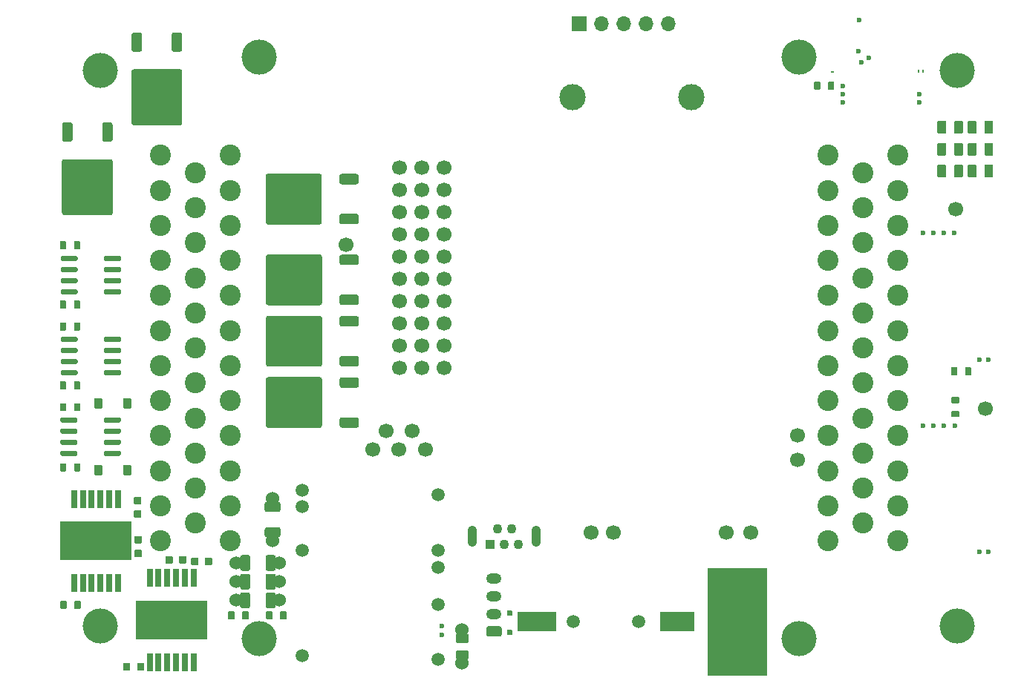
<source format=gbs>
G04 #@! TF.GenerationSoftware,KiCad,Pcbnew,8.0.8-8.0.8-0~ubuntu24.04.1*
G04 #@! TF.CreationDate,2025-02-11T18:45:36+00:00*
G04 #@! TF.ProjectId,MST01,4d535430-312e-46b6-9963-61645f706362,D*
G04 #@! TF.SameCoordinates,PX440a368PY8a86a58*
G04 #@! TF.FileFunction,Soldermask,Bot*
G04 #@! TF.FilePolarity,Negative*
%FSLAX46Y46*%
G04 Gerber Fmt 4.6, Leading zero omitted, Abs format (unit mm)*
G04 Created by KiCad (PCBNEW 8.0.8-8.0.8-0~ubuntu24.04.1) date 2025-02-11 18:45:36*
%MOMM*%
%LPD*%
G01*
G04 APERTURE LIST*
%ADD10C,0.120000*%
%ADD11C,3.000000*%
%ADD12C,1.700000*%
%ADD13C,0.600000*%
%ADD14R,1.100000X1.100000*%
%ADD15C,1.100000*%
%ADD16O,1.100000X2.400000*%
%ADD17C,1.500000*%
%ADD18C,2.400000*%
%ADD19C,0.700000*%
%ADD20C,4.000000*%
%ADD21R,1.700000X1.700000*%
%ADD22O,1.700000X1.700000*%
%ADD23O,1.750000X1.200000*%
%ADD24R,4.399991X2.299995*%
%ADD25R,3.999992X2.299995*%
%ADD26C,1.524000*%
%ADD27R,0.650000X2.000000*%
%ADD28R,8.100000X4.500000*%
%ADD29O,0.499999X0.250000*%
%ADD30O,0.250000X0.499999*%
%ADD31C,0.599999*%
G04 APERTURE END LIST*
D10*
G04 #@! TO.C,U5*
X81450000Y1125000D02*
X74750000Y1125000D01*
X74750000Y13325000D01*
X81450000Y13325000D01*
X81450000Y1125000D01*
G36*
X81450000Y1125000D02*
G01*
X74750000Y1125000D01*
X74750000Y13325000D01*
X81450000Y13325000D01*
X81450000Y1125000D01*
G37*
G04 #@! TD*
D11*
G04 #@! TO.C,H1*
X59405000Y67055000D03*
G04 #@! TD*
D12*
G04 #@! TO.C,P9*
X33565000Y50255000D03*
G04 #@! TD*
G04 #@! TO.C,P8*
X76935000Y17375000D03*
G04 #@! TD*
G04 #@! TO.C,P5*
X106455000Y31555000D03*
G04 #@! TD*
G04 #@! TO.C,P4*
X61505000Y17385000D03*
G04 #@! TD*
D13*
G04 #@! TO.C,M3*
X101755000Y29600000D03*
X102955000Y29600000D03*
X100555000Y29600000D03*
X99355000Y29600000D03*
X105815000Y15175000D03*
X106815000Y15175000D03*
G04 #@! TD*
D14*
G04 #@! TO.C,J8*
X50025000Y16070000D03*
D15*
X50825000Y17820000D03*
X51625000Y16070000D03*
X52425000Y17820000D03*
X53225000Y16070000D03*
D16*
X47975000Y16945000D03*
X55275000Y16945000D03*
G04 #@! TD*
D13*
G04 #@! TO.C,M2*
X90215000Y66485000D03*
X90215000Y67435000D03*
X90215000Y68384998D03*
X98915000Y67385000D03*
X98915000Y66485000D03*
G04 #@! TD*
D17*
G04 #@! TO.C,M1*
X44039995Y21739999D03*
X44039995Y15340002D03*
X44039995Y13439999D03*
X44039995Y9139999D03*
D13*
X44489994Y6740002D03*
X44489994Y5740001D03*
D17*
X44039995Y2889999D03*
X28539998Y22190001D03*
X28539998Y20340002D03*
X28539998Y15389999D03*
X28539998Y3340001D03*
G04 #@! TD*
D12*
G04 #@! TO.C,P6*
X103035000Y54265000D03*
G04 #@! TD*
D18*
G04 #@! TO.C,J2*
X96475000Y60455000D03*
X96475000Y56455000D03*
X96475000Y52455000D03*
X96475000Y48455000D03*
X96475000Y44455000D03*
X96475000Y40455000D03*
X96475000Y36455000D03*
X96475000Y32455000D03*
X96475000Y28455000D03*
X96475000Y24455000D03*
X96475000Y20455000D03*
X96475000Y16455000D03*
X92475000Y58455000D03*
X92475000Y54455000D03*
X92475000Y50455000D03*
X92475000Y46455000D03*
X92475000Y42455000D03*
X92475000Y38455000D03*
X92475000Y34455000D03*
X92475000Y30455000D03*
X92475000Y26455000D03*
X92475000Y22455000D03*
X92475000Y18455000D03*
X88475000Y60455000D03*
X88475000Y56455000D03*
X88475000Y52455000D03*
X88475000Y48455000D03*
X88475000Y44455000D03*
X88475000Y40455000D03*
X88475000Y36455000D03*
X88475000Y32455000D03*
X88475000Y28455000D03*
X88475000Y24455000D03*
X88475000Y20455000D03*
X88475000Y16455000D03*
D19*
X85175000Y73205000D03*
X86275000Y72755000D03*
X84075000Y72755000D03*
X103275000Y71705000D03*
X86725000Y71655000D03*
D20*
X85175000Y71655000D03*
D19*
X83625000Y71655000D03*
X104375000Y71255000D03*
X102175000Y71255000D03*
X86275000Y70555000D03*
X84075000Y70555000D03*
X104825000Y70155000D03*
D20*
X103275000Y70155000D03*
D19*
X101725000Y70155000D03*
X85175000Y70105000D03*
X104375000Y69055000D03*
X102175000Y69055000D03*
X103275000Y68605000D03*
X103275000Y8305000D03*
X104375000Y7855000D03*
X102175000Y7855000D03*
X85175000Y6805000D03*
X104825000Y6755000D03*
D20*
X103275000Y6755000D03*
D19*
X101725000Y6755000D03*
X86275000Y6355000D03*
X84075000Y6355000D03*
X104375000Y5655000D03*
X102175000Y5655000D03*
X86725000Y5255000D03*
D20*
X85175000Y5255000D03*
D19*
X83625000Y5255000D03*
X103275000Y5205000D03*
X86275000Y4155000D03*
X84075000Y4155000D03*
X85175000Y3705000D03*
G04 #@! TD*
D12*
G04 #@! TO.C,P10*
X36595000Y26875000D03*
G04 #@! TD*
G04 #@! TO.C,P1*
X85025000Y28465000D03*
G04 #@! TD*
D11*
G04 #@! TO.C,H2*
X72905000Y67055000D03*
G04 #@! TD*
D12*
G04 #@! TO.C,G3*
X39625000Y36155000D03*
X39625000Y38695000D03*
X39625000Y41235000D03*
X39625000Y43775000D03*
X39625000Y46315000D03*
X42165000Y36155000D03*
X42165000Y38695000D03*
X42165000Y41235000D03*
X42165000Y43775000D03*
X42165000Y46315000D03*
X44705000Y36155000D03*
X44705000Y38695000D03*
X44705000Y41235000D03*
X44705000Y43775000D03*
X44705000Y46315000D03*
G04 #@! TD*
G04 #@! TO.C,P3*
X64005000Y17385000D03*
G04 #@! TD*
G04 #@! TO.C,P18*
X41095000Y28986800D03*
G04 #@! TD*
G04 #@! TO.C,P17*
X38095000Y28986800D03*
G04 #@! TD*
G04 #@! TO.C,P16*
X39595000Y26875000D03*
G04 #@! TD*
G04 #@! TO.C,P7*
X79715000Y17375000D03*
G04 #@! TD*
G04 #@! TO.C,P15*
X42595000Y26875000D03*
G04 #@! TD*
D21*
G04 #@! TO.C,J6*
X60175000Y75475000D03*
D22*
X62715000Y75475000D03*
X65255000Y75475000D03*
X67795000Y75475000D03*
X70335000Y75475000D03*
G04 #@! TD*
D13*
G04 #@! TO.C,M4*
X101710000Y51565000D03*
X102910000Y51565000D03*
X100510000Y51565000D03*
X99310000Y51565000D03*
X105770000Y37140000D03*
X106770000Y37140000D03*
G04 #@! TD*
D18*
G04 #@! TO.C,J1*
X12355000Y16455000D03*
X12355000Y20455000D03*
X12355000Y24455000D03*
X12355000Y28455000D03*
X12355000Y32455000D03*
X12355000Y36455000D03*
X12355000Y40455000D03*
X12355000Y44455000D03*
X12355000Y48455000D03*
X12355000Y52455000D03*
X12355000Y56455000D03*
X12355000Y60455000D03*
X16355000Y18455000D03*
X16355000Y22455000D03*
X16355000Y26455000D03*
X16355000Y30455000D03*
X16355000Y34455000D03*
X16355000Y38455000D03*
X16355000Y42455000D03*
X16355000Y46455000D03*
X16355000Y50455000D03*
X16355000Y54455000D03*
X16355000Y58455000D03*
X20355000Y16455000D03*
X20355000Y20455000D03*
X20355000Y24455000D03*
X20355000Y28455000D03*
X20355000Y32455000D03*
X20355000Y36455000D03*
X20355000Y40455000D03*
X20355000Y44455000D03*
X20355000Y48455000D03*
X20355000Y52455000D03*
X20355000Y56455000D03*
X20355000Y60455000D03*
D19*
X23655000Y3705000D03*
X22555000Y4155000D03*
X24755000Y4155000D03*
X5555000Y5205000D03*
X22105000Y5255000D03*
D20*
X23655000Y5255000D03*
D19*
X25205000Y5255000D03*
X4455000Y5655000D03*
X6655000Y5655000D03*
X22555000Y6355000D03*
X24755000Y6355000D03*
X4005000Y6755000D03*
D20*
X5555000Y6755000D03*
D19*
X7105000Y6755000D03*
X23655000Y6805000D03*
X4455000Y7855000D03*
X6655000Y7855000D03*
X5555000Y8305000D03*
X5555000Y68605000D03*
X4455000Y69055000D03*
X6655000Y69055000D03*
X23655000Y70105000D03*
X4005000Y70155000D03*
D20*
X5555000Y70155000D03*
D19*
X7105000Y70155000D03*
X22555000Y70555000D03*
X24755000Y70555000D03*
X4455000Y71255000D03*
X6655000Y71255000D03*
X22105000Y71655000D03*
D20*
X23655000Y71655000D03*
D19*
X25205000Y71655000D03*
X5555000Y71705000D03*
X22555000Y72755000D03*
X24755000Y72755000D03*
X23655000Y73205000D03*
G04 #@! TD*
G04 #@! TO.C,J3*
G36*
G01*
X51050000Y5495000D02*
X49800000Y5495000D01*
G75*
G02*
X49550000Y5745000I0J250000D01*
G01*
X49550000Y6445000D01*
G75*
G02*
X49800000Y6695000I250000J0D01*
G01*
X51050000Y6695000D01*
G75*
G02*
X51300000Y6445000I0J-250000D01*
G01*
X51300000Y5745000D01*
G75*
G02*
X51050000Y5495000I-250000J0D01*
G01*
G37*
D23*
X50425000Y8095000D03*
X50425000Y10095000D03*
X50425000Y12095000D03*
G04 #@! TD*
D12*
G04 #@! TO.C,P2*
X85025000Y25685000D03*
G04 #@! TD*
G04 #@! TO.C,G4*
X39625000Y48855000D03*
X39625000Y51395000D03*
X39625000Y53935000D03*
X39625000Y56475000D03*
X39625000Y59015000D03*
X42165000Y48855000D03*
X42165000Y51395000D03*
X42165000Y53935000D03*
X42165000Y56475000D03*
X42165000Y59015000D03*
X44705000Y48855000D03*
X44705000Y51395000D03*
X44705000Y53935000D03*
X44705000Y56475000D03*
X44705000Y59015000D03*
G04 #@! TD*
G04 #@! TO.C,R40*
G36*
G01*
X103895022Y64270000D02*
X103895022Y63020000D01*
G75*
G02*
X103795022Y62920000I-100000J0D01*
G01*
X102995022Y62920000D01*
G75*
G02*
X102895022Y63020000I0J100000D01*
G01*
X102895022Y64270000D01*
G75*
G02*
X102995022Y64370000I100000J0D01*
G01*
X103795022Y64370000D01*
G75*
G02*
X103895022Y64270000I0J-100000D01*
G01*
G37*
G36*
G01*
X101995000Y64270000D02*
X101995000Y63020000D01*
G75*
G02*
X101895000Y62920000I-100000J0D01*
G01*
X101095000Y62920000D01*
G75*
G02*
X100995000Y63020000I0J100000D01*
G01*
X100995000Y64270000D01*
G75*
G02*
X101095000Y64370000I100000J0D01*
G01*
X101895000Y64370000D01*
G75*
G02*
X101995000Y64270000I0J-100000D01*
G01*
G37*
G04 #@! TD*
G04 #@! TO.C,R39*
G36*
G01*
X103895022Y61770000D02*
X103895022Y60520000D01*
G75*
G02*
X103795022Y60420000I-100000J0D01*
G01*
X102995022Y60420000D01*
G75*
G02*
X102895022Y60520000I0J100000D01*
G01*
X102895022Y61770000D01*
G75*
G02*
X102995022Y61870000I100000J0D01*
G01*
X103795022Y61870000D01*
G75*
G02*
X103895022Y61770000I0J-100000D01*
G01*
G37*
G36*
G01*
X101995000Y61770000D02*
X101995000Y60520000D01*
G75*
G02*
X101895000Y60420000I-100000J0D01*
G01*
X101095000Y60420000D01*
G75*
G02*
X100995000Y60520000I0J100000D01*
G01*
X100995000Y61770000D01*
G75*
G02*
X101095000Y61870000I100000J0D01*
G01*
X101895000Y61870000D01*
G75*
G02*
X101995000Y61770000I0J-100000D01*
G01*
G37*
G04 #@! TD*
G04 #@! TO.C,C26*
G36*
G01*
X15879999Y13745000D02*
X15879999Y14425000D01*
G75*
G02*
X15964999Y14510000I85000J0D01*
G01*
X16644999Y14510000D01*
G75*
G02*
X16729999Y14425000I0J-85000D01*
G01*
X16729999Y13745000D01*
G75*
G02*
X16644999Y13660000I-85000J0D01*
G01*
X15964999Y13660000D01*
G75*
G02*
X15879999Y13745000I0J85000D01*
G01*
G37*
G36*
G01*
X17460001Y13745000D02*
X17460001Y14425000D01*
G75*
G02*
X17545001Y14510000I85000J0D01*
G01*
X18225001Y14510000D01*
G75*
G02*
X18310001Y14425000I0J-85000D01*
G01*
X18310001Y13745000D01*
G75*
G02*
X18225001Y13660000I-85000J0D01*
G01*
X17545001Y13660000D01*
G75*
G02*
X17460001Y13745000I0J85000D01*
G01*
G37*
G04 #@! TD*
G04 #@! TO.C,D4*
G36*
G01*
X4860000Y24005000D02*
X4860000Y25025000D01*
G75*
G02*
X4950000Y25115000I90000J0D01*
G01*
X5670000Y25115000D01*
G75*
G02*
X5760000Y25025000I0J-90000D01*
G01*
X5760000Y24005000D01*
G75*
G02*
X5670000Y23915000I-90000J0D01*
G01*
X4950000Y23915000D01*
G75*
G02*
X4860000Y24005000I0J90000D01*
G01*
G37*
G36*
G01*
X8160000Y24005000D02*
X8160000Y25025000D01*
G75*
G02*
X8250000Y25115000I90000J0D01*
G01*
X8970000Y25115000D01*
G75*
G02*
X9060000Y25025000I0J-90000D01*
G01*
X9060000Y24005000D01*
G75*
G02*
X8970000Y23915000I-90000J0D01*
G01*
X8250000Y23915000D01*
G75*
G02*
X8160000Y24005000I0J90000D01*
G01*
G37*
G04 #@! TD*
D17*
G04 #@! TO.C,BT1*
X59455142Y7245000D03*
X66955000Y7245000D03*
D24*
X55355048Y7245000D03*
D25*
X71355067Y7245000D03*
G04 #@! TD*
D26*
G04 #@! TO.C,F3*
X25955000Y9645000D03*
G36*
G01*
X25300010Y8745000D02*
X24610010Y8745000D01*
G75*
G02*
X24380010Y8975000I0J230000D01*
G01*
X24380010Y10315000D01*
G75*
G02*
X24610010Y10545000I230000J0D01*
G01*
X25300010Y10545000D01*
G75*
G02*
X25530010Y10315000I0J-230000D01*
G01*
X25530010Y8975000D01*
G75*
G02*
X25300010Y8745000I-230000J0D01*
G01*
G37*
G36*
G01*
X22399990Y8745000D02*
X21709990Y8745000D01*
G75*
G02*
X21479990Y8975000I0J230000D01*
G01*
X21479990Y10315000D01*
G75*
G02*
X21709990Y10545000I230000J0D01*
G01*
X22399990Y10545000D01*
G75*
G02*
X22629990Y10315000I0J-230000D01*
G01*
X22629990Y8975000D01*
G75*
G02*
X22399990Y8745000I-230000J0D01*
G01*
G37*
X21055000Y9645000D03*
G04 #@! TD*
G04 #@! TO.C,Q8*
G36*
G01*
X1437500Y64205000D02*
X2137500Y64205000D01*
G75*
G02*
X2387500Y63955000I0J-250000D01*
G01*
X2387500Y62255000D01*
G75*
G02*
X2137500Y62005000I-250000J0D01*
G01*
X1437500Y62005000D01*
G75*
G02*
X1187500Y62255000I0J250000D01*
G01*
X1187500Y63955000D01*
G75*
G02*
X1437500Y64205000I250000J0D01*
G01*
G37*
G36*
G01*
X1417497Y60005000D02*
X6717503Y60005000D01*
G75*
G02*
X6967500Y59755003I0J-249997D01*
G01*
X6967500Y53854997D01*
G75*
G02*
X6717503Y53605000I-249997J0D01*
G01*
X1417497Y53605000D01*
G75*
G02*
X1167500Y53854997I0J249997D01*
G01*
X1167500Y59755003D01*
G75*
G02*
X1417497Y60005000I249997J0D01*
G01*
G37*
G36*
G01*
X5997500Y64205000D02*
X6697500Y64205000D01*
G75*
G02*
X6947500Y63955000I0J-250000D01*
G01*
X6947500Y62255000D01*
G75*
G02*
X6697500Y62005000I-250000J0D01*
G01*
X5997500Y62005000D01*
G75*
G02*
X5747500Y62255000I0J250000D01*
G01*
X5747500Y63955000D01*
G75*
G02*
X5997500Y64205000I250000J0D01*
G01*
G37*
G04 #@! TD*
G04 #@! TO.C,Q12*
G36*
G01*
X35020000Y34855000D02*
X35020000Y34155000D01*
G75*
G02*
X34770000Y33905000I-250000J0D01*
G01*
X33070000Y33905000D01*
G75*
G02*
X32820000Y34155000I0J250000D01*
G01*
X32820000Y34855000D01*
G75*
G02*
X33070000Y35105000I250000J0D01*
G01*
X34770000Y35105000D01*
G75*
G02*
X35020000Y34855000I0J-250000D01*
G01*
G37*
G36*
G01*
X30820000Y34875003D02*
X30820000Y29574997D01*
G75*
G02*
X30570003Y29325000I-249997J0D01*
G01*
X24669997Y29325000D01*
G75*
G02*
X24420000Y29574997I0J249997D01*
G01*
X24420000Y34875003D01*
G75*
G02*
X24669997Y35125000I249997J0D01*
G01*
X30570003Y35125000D01*
G75*
G02*
X30820000Y34875003I0J-249997D01*
G01*
G37*
G36*
G01*
X35020000Y30295000D02*
X35020000Y29595000D01*
G75*
G02*
X34770000Y29345000I-250000J0D01*
G01*
X33070000Y29345000D01*
G75*
G02*
X32820000Y29595000I0J250000D01*
G01*
X32820000Y30295000D01*
G75*
G02*
X33070000Y30545000I250000J0D01*
G01*
X34770000Y30545000D01*
G75*
G02*
X35020000Y30295000I0J-250000D01*
G01*
G37*
G04 #@! TD*
G04 #@! TO.C,R34*
G36*
G01*
X935000Y49785000D02*
X935000Y50565000D01*
G75*
G02*
X1005000Y50635000I70000J0D01*
G01*
X1565000Y50635000D01*
G75*
G02*
X1635000Y50565000I0J-70000D01*
G01*
X1635000Y49785000D01*
G75*
G02*
X1565000Y49715000I-70000J0D01*
G01*
X1005000Y49715000D01*
G75*
G02*
X935000Y49785000I0J70000D01*
G01*
G37*
G36*
G01*
X2535000Y49785000D02*
X2535000Y50565000D01*
G75*
G02*
X2605000Y50635000I70000J0D01*
G01*
X3165000Y50635000D01*
G75*
G02*
X3235000Y50565000I0J-70000D01*
G01*
X3235000Y49785000D01*
G75*
G02*
X3165000Y49715000I-70000J0D01*
G01*
X2605000Y49715000D01*
G75*
G02*
X2535000Y49785000I0J70000D01*
G01*
G37*
G04 #@! TD*
G04 #@! TO.C,R1*
G36*
G01*
X102545000Y35405000D02*
X102545000Y36185000D01*
G75*
G02*
X102615000Y36255000I70000J0D01*
G01*
X103175000Y36255000D01*
G75*
G02*
X103245000Y36185000I0J-70000D01*
G01*
X103245000Y35405000D01*
G75*
G02*
X103175000Y35335000I-70000J0D01*
G01*
X102615000Y35335000D01*
G75*
G02*
X102545000Y35405000I0J70000D01*
G01*
G37*
G36*
G01*
X104145000Y35405000D02*
X104145000Y36185000D01*
G75*
G02*
X104215000Y36255000I70000J0D01*
G01*
X104775000Y36255000D01*
G75*
G02*
X104845000Y36185000I0J-70000D01*
G01*
X104845000Y35405000D01*
G75*
G02*
X104775000Y35335000I-70000J0D01*
G01*
X104215000Y35335000D01*
G75*
G02*
X104145000Y35405000I0J70000D01*
G01*
G37*
G04 #@! TD*
G04 #@! TO.C,F4*
X25965000Y11775000D03*
G36*
G01*
X25310010Y10875000D02*
X24620010Y10875000D01*
G75*
G02*
X24390010Y11105000I0J230000D01*
G01*
X24390010Y12445000D01*
G75*
G02*
X24620010Y12675000I230000J0D01*
G01*
X25310010Y12675000D01*
G75*
G02*
X25540010Y12445000I0J-230000D01*
G01*
X25540010Y11105000D01*
G75*
G02*
X25310010Y10875000I-230000J0D01*
G01*
G37*
G36*
G01*
X22409990Y10875000D02*
X21719990Y10875000D01*
G75*
G02*
X21489990Y11105000I0J230000D01*
G01*
X21489990Y12445000D01*
G75*
G02*
X21719990Y12675000I230000J0D01*
G01*
X22409990Y12675000D01*
G75*
G02*
X22639990Y12445000I0J-230000D01*
G01*
X22639990Y11105000D01*
G75*
G02*
X22409990Y10875000I-230000J0D01*
G01*
G37*
X21065000Y11775000D03*
G04 #@! TD*
G04 #@! TO.C,Q10*
G36*
G01*
X35010000Y48865000D02*
X35010000Y48165000D01*
G75*
G02*
X34760000Y47915000I-250000J0D01*
G01*
X33060000Y47915000D01*
G75*
G02*
X32810000Y48165000I0J250000D01*
G01*
X32810000Y48865000D01*
G75*
G02*
X33060000Y49115000I250000J0D01*
G01*
X34760000Y49115000D01*
G75*
G02*
X35010000Y48865000I0J-250000D01*
G01*
G37*
G36*
G01*
X30810000Y48885003D02*
X30810000Y43584997D01*
G75*
G02*
X30560003Y43335000I-249997J0D01*
G01*
X24659997Y43335000D01*
G75*
G02*
X24410000Y43584997I0J249997D01*
G01*
X24410000Y48885003D01*
G75*
G02*
X24659997Y49135000I249997J0D01*
G01*
X30560003Y49135000D01*
G75*
G02*
X30810000Y48885003I0J-249997D01*
G01*
G37*
G36*
G01*
X35010000Y44305000D02*
X35010000Y43605000D01*
G75*
G02*
X34760000Y43355000I-250000J0D01*
G01*
X33060000Y43355000D01*
G75*
G02*
X32810000Y43605000I0J250000D01*
G01*
X32810000Y44305000D01*
G75*
G02*
X33060000Y44555000I250000J0D01*
G01*
X34760000Y44555000D01*
G75*
G02*
X35010000Y44305000I0J-250000D01*
G01*
G37*
G04 #@! TD*
G04 #@! TO.C,R4*
X46805000Y2450000D03*
G36*
G01*
X47430000Y2904999D02*
X46180000Y2904999D01*
G75*
G02*
X46080000Y3004999I0J100000D01*
G01*
X46080000Y3804999D01*
G75*
G02*
X46180000Y3904999I100000J0D01*
G01*
X47430000Y3904999D01*
G75*
G02*
X47530000Y3804999I0J-100000D01*
G01*
X47530000Y3004999D01*
G75*
G02*
X47430000Y2904999I-100000J0D01*
G01*
G37*
G36*
G01*
X47430000Y4805021D02*
X46180000Y4805021D01*
G75*
G02*
X46080000Y4905021I0J100000D01*
G01*
X46080000Y5705021D01*
G75*
G02*
X46180000Y5805021I100000J0D01*
G01*
X47430000Y5805021D01*
G75*
G02*
X47530000Y5705021I0J-100000D01*
G01*
X47530000Y4905021D01*
G75*
G02*
X47430000Y4805021I-100000J0D01*
G01*
G37*
X46805000Y6260000D03*
G04 #@! TD*
G04 #@! TO.C,U11*
G36*
G01*
X1005000Y44700000D02*
X1005000Y45000000D01*
G75*
G02*
X1155000Y45150000I150000J0D01*
G01*
X2805000Y45150000D01*
G75*
G02*
X2955000Y45000000I0J-150000D01*
G01*
X2955000Y44700000D01*
G75*
G02*
X2805000Y44550000I-150000J0D01*
G01*
X1155000Y44550000D01*
G75*
G02*
X1005000Y44700000I0J150000D01*
G01*
G37*
G36*
G01*
X1005000Y45970000D02*
X1005000Y46270000D01*
G75*
G02*
X1155000Y46420000I150000J0D01*
G01*
X2805000Y46420000D01*
G75*
G02*
X2955000Y46270000I0J-150000D01*
G01*
X2955000Y45970000D01*
G75*
G02*
X2805000Y45820000I-150000J0D01*
G01*
X1155000Y45820000D01*
G75*
G02*
X1005000Y45970000I0J150000D01*
G01*
G37*
G36*
G01*
X1005000Y47240000D02*
X1005000Y47540000D01*
G75*
G02*
X1155000Y47690000I150000J0D01*
G01*
X2805000Y47690000D01*
G75*
G02*
X2955000Y47540000I0J-150000D01*
G01*
X2955000Y47240000D01*
G75*
G02*
X2805000Y47090000I-150000J0D01*
G01*
X1155000Y47090000D01*
G75*
G02*
X1005000Y47240000I0J150000D01*
G01*
G37*
G36*
G01*
X1005000Y48510000D02*
X1005000Y48810000D01*
G75*
G02*
X1155000Y48960000I150000J0D01*
G01*
X2805000Y48960000D01*
G75*
G02*
X2955000Y48810000I0J-150000D01*
G01*
X2955000Y48510000D01*
G75*
G02*
X2805000Y48360000I-150000J0D01*
G01*
X1155000Y48360000D01*
G75*
G02*
X1005000Y48510000I0J150000D01*
G01*
G37*
G36*
G01*
X5955000Y48510000D02*
X5955000Y48810000D01*
G75*
G02*
X6105000Y48960000I150000J0D01*
G01*
X7755000Y48960000D01*
G75*
G02*
X7905000Y48810000I0J-150000D01*
G01*
X7905000Y48510000D01*
G75*
G02*
X7755000Y48360000I-150000J0D01*
G01*
X6105000Y48360000D01*
G75*
G02*
X5955000Y48510000I0J150000D01*
G01*
G37*
G36*
G01*
X5955000Y47240000D02*
X5955000Y47540000D01*
G75*
G02*
X6105000Y47690000I150000J0D01*
G01*
X7755000Y47690000D01*
G75*
G02*
X7905000Y47540000I0J-150000D01*
G01*
X7905000Y47240000D01*
G75*
G02*
X7755000Y47090000I-150000J0D01*
G01*
X6105000Y47090000D01*
G75*
G02*
X5955000Y47240000I0J150000D01*
G01*
G37*
G36*
G01*
X5955000Y45970000D02*
X5955000Y46270000D01*
G75*
G02*
X6105000Y46420000I150000J0D01*
G01*
X7755000Y46420000D01*
G75*
G02*
X7905000Y46270000I0J-150000D01*
G01*
X7905000Y45970000D01*
G75*
G02*
X7755000Y45820000I-150000J0D01*
G01*
X6105000Y45820000D01*
G75*
G02*
X5955000Y45970000I0J150000D01*
G01*
G37*
G36*
G01*
X5955000Y44700000D02*
X5955000Y45000000D01*
G75*
G02*
X6105000Y45150000I150000J0D01*
G01*
X7755000Y45150000D01*
G75*
G02*
X7905000Y45000000I0J-150000D01*
G01*
X7905000Y44700000D01*
G75*
G02*
X7755000Y44550000I-150000J0D01*
G01*
X6105000Y44550000D01*
G75*
G02*
X5955000Y44700000I0J150000D01*
G01*
G37*
G04 #@! TD*
G04 #@! TO.C,R37*
G36*
G01*
X107345022Y64270000D02*
X107345022Y63020000D01*
G75*
G02*
X107245022Y62920000I-100000J0D01*
G01*
X106445022Y62920000D01*
G75*
G02*
X106345022Y63020000I0J100000D01*
G01*
X106345022Y64270000D01*
G75*
G02*
X106445022Y64370000I100000J0D01*
G01*
X107245022Y64370000D01*
G75*
G02*
X107345022Y64270000I0J-100000D01*
G01*
G37*
G36*
G01*
X105445000Y64270000D02*
X105445000Y63020000D01*
G75*
G02*
X105345000Y62920000I-100000J0D01*
G01*
X104545000Y62920000D01*
G75*
G02*
X104445000Y63020000I0J100000D01*
G01*
X104445000Y64270000D01*
G75*
G02*
X104545000Y64370000I100000J0D01*
G01*
X105345000Y64370000D01*
G75*
G02*
X105445000Y64270000I0J-100000D01*
G01*
G37*
G04 #@! TD*
G04 #@! TO.C,R9*
G36*
G01*
X3295000Y9505000D02*
X3295000Y8725000D01*
G75*
G02*
X3225000Y8655000I-70000J0D01*
G01*
X2665000Y8655000D01*
G75*
G02*
X2595000Y8725000I0J70000D01*
G01*
X2595000Y9505000D01*
G75*
G02*
X2665000Y9575000I70000J0D01*
G01*
X3225000Y9575000D01*
G75*
G02*
X3295000Y9505000I0J-70000D01*
G01*
G37*
G36*
G01*
X1695000Y9505000D02*
X1695000Y8725000D01*
G75*
G02*
X1625000Y8655000I-70000J0D01*
G01*
X1065000Y8655000D01*
G75*
G02*
X995000Y8725000I0J70000D01*
G01*
X995000Y9505000D01*
G75*
G02*
X1065000Y9575000I70000J0D01*
G01*
X1625000Y9575000D01*
G75*
G02*
X1695000Y9505000I0J-70000D01*
G01*
G37*
G04 #@! TD*
G04 #@! TO.C,C13*
G36*
G01*
X9505000Y17000001D02*
X10185000Y17000001D01*
G75*
G02*
X10270000Y16915001I0J-85000D01*
G01*
X10270000Y16235001D01*
G75*
G02*
X10185000Y16150001I-85000J0D01*
G01*
X9505000Y16150001D01*
G75*
G02*
X9420000Y16235001I0J85000D01*
G01*
X9420000Y16915001D01*
G75*
G02*
X9505000Y17000001I85000J0D01*
G01*
G37*
G36*
G01*
X9505000Y15419999D02*
X10185000Y15419999D01*
G75*
G02*
X10270000Y15334999I0J-85000D01*
G01*
X10270000Y14654999D01*
G75*
G02*
X10185000Y14569999I-85000J0D01*
G01*
X9505000Y14569999D01*
G75*
G02*
X9420000Y14654999I0J85000D01*
G01*
X9420000Y15334999D01*
G75*
G02*
X9505000Y15419999I85000J0D01*
G01*
G37*
G04 #@! TD*
D27*
G04 #@! TO.C,U2*
X11165000Y12205000D03*
X12165000Y12205000D03*
X13165000Y12205000D03*
X14165000Y12205000D03*
X15165000Y12205000D03*
X16165000Y12205000D03*
X16165000Y2605000D03*
X15165000Y2605000D03*
X14165000Y2605000D03*
X13165000Y2605000D03*
X12165000Y2605000D03*
X11165000Y2605000D03*
D28*
X13665000Y7405000D03*
G04 #@! TD*
G04 #@! TO.C,D1*
G36*
G01*
X51915000Y7925000D02*
X51915000Y8405000D01*
G75*
G02*
X51975000Y8465000I60000J0D01*
G01*
X52455000Y8465000D01*
G75*
G02*
X52515000Y8405000I0J-60000D01*
G01*
X52515000Y7925000D01*
G75*
G02*
X52455000Y7865000I-60000J0D01*
G01*
X51975000Y7865000D01*
G75*
G02*
X51915000Y7925000I0J60000D01*
G01*
G37*
G36*
G01*
X51915000Y5725000D02*
X51915000Y6205000D01*
G75*
G02*
X51975000Y6265000I60000J0D01*
G01*
X52455000Y6265000D01*
G75*
G02*
X52515000Y6205000I0J-60000D01*
G01*
X52515000Y5725000D01*
G75*
G02*
X52455000Y5665000I-60000J0D01*
G01*
X51975000Y5665000D01*
G75*
G02*
X51915000Y5725000I0J60000D01*
G01*
G37*
G04 #@! TD*
D27*
G04 #@! TO.C,U1*
X2555000Y21220000D03*
X3555000Y21220000D03*
X4555000Y21220000D03*
X5555000Y21220000D03*
X6555000Y21220000D03*
X7555000Y21220000D03*
X7555000Y11620000D03*
X6555000Y11620000D03*
X5555000Y11620000D03*
X4555000Y11620000D03*
X3555000Y11620000D03*
X2555000Y11620000D03*
D28*
X5055000Y16420000D03*
G04 #@! TD*
G04 #@! TO.C,R33*
G36*
G01*
X935000Y43005000D02*
X935000Y43785000D01*
G75*
G02*
X1005000Y43855000I70000J0D01*
G01*
X1565000Y43855000D01*
G75*
G02*
X1635000Y43785000I0J-70000D01*
G01*
X1635000Y43005000D01*
G75*
G02*
X1565000Y42935000I-70000J0D01*
G01*
X1005000Y42935000D01*
G75*
G02*
X935000Y43005000I0J70000D01*
G01*
G37*
G36*
G01*
X2535000Y43005000D02*
X2535000Y43785000D01*
G75*
G02*
X2605000Y43855000I70000J0D01*
G01*
X3165000Y43855000D01*
G75*
G02*
X3235000Y43785000I0J-70000D01*
G01*
X3235000Y43005000D01*
G75*
G02*
X3165000Y42935000I-70000J0D01*
G01*
X2605000Y42935000D01*
G75*
G02*
X2535000Y43005000I0J70000D01*
G01*
G37*
G04 #@! TD*
D26*
G04 #@! TO.C,F1*
X25185000Y16415000D03*
G36*
G01*
X24285000Y17069990D02*
X24285000Y17759990D01*
G75*
G02*
X24515000Y17989990I230000J0D01*
G01*
X25855000Y17989990D01*
G75*
G02*
X26085000Y17759990I0J-230000D01*
G01*
X26085000Y17069990D01*
G75*
G02*
X25855000Y16839990I-230000J0D01*
G01*
X24515000Y16839990D01*
G75*
G02*
X24285000Y17069990I0J230000D01*
G01*
G37*
G36*
G01*
X24285000Y19970010D02*
X24285000Y20660010D01*
G75*
G02*
X24515000Y20890010I230000J0D01*
G01*
X25855000Y20890010D01*
G75*
G02*
X26085000Y20660010I0J-230000D01*
G01*
X26085000Y19970010D01*
G75*
G02*
X25855000Y19740010I-230000J0D01*
G01*
X24515000Y19740010D01*
G75*
G02*
X24285000Y19970010I0J230000D01*
G01*
G37*
X25185000Y21315000D03*
G04 #@! TD*
D29*
G04 #@! TO.C,M7*
X89005004Y69982503D03*
D30*
X99354998Y70032501D03*
X98854997Y70032501D03*
D31*
X92305000Y71082499D03*
X93180002Y71607499D03*
X92004998Y72357497D03*
X92080001Y75907498D03*
G04 #@! TD*
G04 #@! TO.C,R14*
G36*
G01*
X10495000Y2455000D02*
X10495000Y1675000D01*
G75*
G02*
X10425000Y1605000I-70000J0D01*
G01*
X9865000Y1605000D01*
G75*
G02*
X9795000Y1675000I0J70000D01*
G01*
X9795000Y2455000D01*
G75*
G02*
X9865000Y2525000I70000J0D01*
G01*
X10425000Y2525000D01*
G75*
G02*
X10495000Y2455000I0J-70000D01*
G01*
G37*
G36*
G01*
X8895000Y2455000D02*
X8895000Y1675000D01*
G75*
G02*
X8825000Y1605000I-70000J0D01*
G01*
X8265000Y1605000D01*
G75*
G02*
X8195000Y1675000I0J70000D01*
G01*
X8195000Y2455000D01*
G75*
G02*
X8265000Y2525000I70000J0D01*
G01*
X8825000Y2525000D01*
G75*
G02*
X8895000Y2455000I0J-70000D01*
G01*
G37*
G04 #@! TD*
G04 #@! TO.C,C12*
G36*
G01*
X9465000Y21485001D02*
X10145000Y21485001D01*
G75*
G02*
X10230000Y21400001I0J-85000D01*
G01*
X10230000Y20720001D01*
G75*
G02*
X10145000Y20635001I-85000J0D01*
G01*
X9465000Y20635001D01*
G75*
G02*
X9380000Y20720001I0J85000D01*
G01*
X9380000Y21400001D01*
G75*
G02*
X9465000Y21485001I85000J0D01*
G01*
G37*
G36*
G01*
X9465000Y19904999D02*
X10145000Y19904999D01*
G75*
G02*
X10230000Y19819999I0J-85000D01*
G01*
X10230000Y19139999D01*
G75*
G02*
X10145000Y19054999I-85000J0D01*
G01*
X9465000Y19054999D01*
G75*
G02*
X9380000Y19139999I0J85000D01*
G01*
X9380000Y19819999D01*
G75*
G02*
X9465000Y19904999I85000J0D01*
G01*
G37*
G04 #@! TD*
G04 #@! TO.C,U9*
G36*
G01*
X1005000Y35480000D02*
X1005000Y35780000D01*
G75*
G02*
X1155000Y35930000I150000J0D01*
G01*
X2805000Y35930000D01*
G75*
G02*
X2955000Y35780000I0J-150000D01*
G01*
X2955000Y35480000D01*
G75*
G02*
X2805000Y35330000I-150000J0D01*
G01*
X1155000Y35330000D01*
G75*
G02*
X1005000Y35480000I0J150000D01*
G01*
G37*
G36*
G01*
X1005000Y36750000D02*
X1005000Y37050000D01*
G75*
G02*
X1155000Y37200000I150000J0D01*
G01*
X2805000Y37200000D01*
G75*
G02*
X2955000Y37050000I0J-150000D01*
G01*
X2955000Y36750000D01*
G75*
G02*
X2805000Y36600000I-150000J0D01*
G01*
X1155000Y36600000D01*
G75*
G02*
X1005000Y36750000I0J150000D01*
G01*
G37*
G36*
G01*
X1005000Y38020000D02*
X1005000Y38320000D01*
G75*
G02*
X1155000Y38470000I150000J0D01*
G01*
X2805000Y38470000D01*
G75*
G02*
X2955000Y38320000I0J-150000D01*
G01*
X2955000Y38020000D01*
G75*
G02*
X2805000Y37870000I-150000J0D01*
G01*
X1155000Y37870000D01*
G75*
G02*
X1005000Y38020000I0J150000D01*
G01*
G37*
G36*
G01*
X1005000Y39290000D02*
X1005000Y39590000D01*
G75*
G02*
X1155000Y39740000I150000J0D01*
G01*
X2805000Y39740000D01*
G75*
G02*
X2955000Y39590000I0J-150000D01*
G01*
X2955000Y39290000D01*
G75*
G02*
X2805000Y39140000I-150000J0D01*
G01*
X1155000Y39140000D01*
G75*
G02*
X1005000Y39290000I0J150000D01*
G01*
G37*
G36*
G01*
X5955000Y39290000D02*
X5955000Y39590000D01*
G75*
G02*
X6105000Y39740000I150000J0D01*
G01*
X7755000Y39740000D01*
G75*
G02*
X7905000Y39590000I0J-150000D01*
G01*
X7905000Y39290000D01*
G75*
G02*
X7755000Y39140000I-150000J0D01*
G01*
X6105000Y39140000D01*
G75*
G02*
X5955000Y39290000I0J150000D01*
G01*
G37*
G36*
G01*
X5955000Y38020000D02*
X5955000Y38320000D01*
G75*
G02*
X6105000Y38470000I150000J0D01*
G01*
X7755000Y38470000D01*
G75*
G02*
X7905000Y38320000I0J-150000D01*
G01*
X7905000Y38020000D01*
G75*
G02*
X7755000Y37870000I-150000J0D01*
G01*
X6105000Y37870000D01*
G75*
G02*
X5955000Y38020000I0J150000D01*
G01*
G37*
G36*
G01*
X5955000Y36750000D02*
X5955000Y37050000D01*
G75*
G02*
X6105000Y37200000I150000J0D01*
G01*
X7755000Y37200000D01*
G75*
G02*
X7905000Y37050000I0J-150000D01*
G01*
X7905000Y36750000D01*
G75*
G02*
X7755000Y36600000I-150000J0D01*
G01*
X6105000Y36600000D01*
G75*
G02*
X5955000Y36750000I0J150000D01*
G01*
G37*
G36*
G01*
X5955000Y35480000D02*
X5955000Y35780000D01*
G75*
G02*
X6105000Y35930000I150000J0D01*
G01*
X7755000Y35930000D01*
G75*
G02*
X7905000Y35780000I0J-150000D01*
G01*
X7905000Y35480000D01*
G75*
G02*
X7755000Y35330000I-150000J0D01*
G01*
X6105000Y35330000D01*
G75*
G02*
X5955000Y35480000I0J150000D01*
G01*
G37*
G04 #@! TD*
G04 #@! TO.C,R30*
G36*
G01*
X935000Y40525000D02*
X935000Y41305000D01*
G75*
G02*
X1005000Y41375000I70000J0D01*
G01*
X1565000Y41375000D01*
G75*
G02*
X1635000Y41305000I0J-70000D01*
G01*
X1635000Y40525000D01*
G75*
G02*
X1565000Y40455000I-70000J0D01*
G01*
X1005000Y40455000D01*
G75*
G02*
X935000Y40525000I0J70000D01*
G01*
G37*
G36*
G01*
X2535000Y40525000D02*
X2535000Y41305000D01*
G75*
G02*
X2605000Y41375000I70000J0D01*
G01*
X3165000Y41375000D01*
G75*
G02*
X3235000Y41305000I0J-70000D01*
G01*
X3235000Y40525000D01*
G75*
G02*
X3165000Y40455000I-70000J0D01*
G01*
X2605000Y40455000D01*
G75*
G02*
X2535000Y40525000I0J70000D01*
G01*
G37*
G04 #@! TD*
G04 #@! TO.C,R3*
G36*
G01*
X20135000Y7525000D02*
X20135000Y8305000D01*
G75*
G02*
X20205000Y8375000I70000J0D01*
G01*
X20765000Y8375000D01*
G75*
G02*
X20835000Y8305000I0J-70000D01*
G01*
X20835000Y7525000D01*
G75*
G02*
X20765000Y7455000I-70000J0D01*
G01*
X20205000Y7455000D01*
G75*
G02*
X20135000Y7525000I0J70000D01*
G01*
G37*
G36*
G01*
X21735000Y7525000D02*
X21735000Y8305000D01*
G75*
G02*
X21805000Y8375000I70000J0D01*
G01*
X22365000Y8375000D01*
G75*
G02*
X22435000Y8305000I0J-70000D01*
G01*
X22435000Y7525000D01*
G75*
G02*
X22365000Y7455000I-70000J0D01*
G01*
X21805000Y7455000D01*
G75*
G02*
X21735000Y7525000I0J70000D01*
G01*
G37*
G04 #@! TD*
G04 #@! TO.C,R35*
G36*
G01*
X107345022Y59270000D02*
X107345022Y58020000D01*
G75*
G02*
X107245022Y57920000I-100000J0D01*
G01*
X106445022Y57920000D01*
G75*
G02*
X106345022Y58020000I0J100000D01*
G01*
X106345022Y59270000D01*
G75*
G02*
X106445022Y59370000I100000J0D01*
G01*
X107245022Y59370000D01*
G75*
G02*
X107345022Y59270000I0J-100000D01*
G01*
G37*
G36*
G01*
X105445000Y59270000D02*
X105445000Y58020000D01*
G75*
G02*
X105345000Y57920000I-100000J0D01*
G01*
X104545000Y57920000D01*
G75*
G02*
X104445000Y58020000I0J100000D01*
G01*
X104445000Y59270000D01*
G75*
G02*
X104545000Y59370000I100000J0D01*
G01*
X105345000Y59370000D01*
G75*
G02*
X105445000Y59270000I0J-100000D01*
G01*
G37*
G04 #@! TD*
G04 #@! TO.C,R13*
G36*
G01*
X935000Y31305000D02*
X935000Y32085000D01*
G75*
G02*
X1005000Y32155000I70000J0D01*
G01*
X1565000Y32155000D01*
G75*
G02*
X1635000Y32085000I0J-70000D01*
G01*
X1635000Y31305000D01*
G75*
G02*
X1565000Y31235000I-70000J0D01*
G01*
X1005000Y31235000D01*
G75*
G02*
X935000Y31305000I0J70000D01*
G01*
G37*
G36*
G01*
X2535000Y31305000D02*
X2535000Y32085000D01*
G75*
G02*
X2605000Y32155000I70000J0D01*
G01*
X3165000Y32155000D01*
G75*
G02*
X3235000Y32085000I0J-70000D01*
G01*
X3235000Y31305000D01*
G75*
G02*
X3165000Y31235000I-70000J0D01*
G01*
X2605000Y31235000D01*
G75*
G02*
X2535000Y31305000I0J70000D01*
G01*
G37*
G04 #@! TD*
D26*
G04 #@! TO.C,F2*
X21055000Y13915000D03*
G36*
G01*
X21709990Y14815000D02*
X22399990Y14815000D01*
G75*
G02*
X22629990Y14585000I0J-230000D01*
G01*
X22629990Y13245000D01*
G75*
G02*
X22399990Y13015000I-230000J0D01*
G01*
X21709990Y13015000D01*
G75*
G02*
X21479990Y13245000I0J230000D01*
G01*
X21479990Y14585000D01*
G75*
G02*
X21709990Y14815000I230000J0D01*
G01*
G37*
G36*
G01*
X24610010Y14815000D02*
X25300010Y14815000D01*
G75*
G02*
X25530010Y14585000I0J-230000D01*
G01*
X25530010Y13245000D01*
G75*
G02*
X25300010Y13015000I-230000J0D01*
G01*
X24610010Y13015000D01*
G75*
G02*
X24380010Y13245000I0J230000D01*
G01*
X24380010Y14585000D01*
G75*
G02*
X24610010Y14815000I230000J0D01*
G01*
G37*
X25955000Y13915000D03*
G04 #@! TD*
G04 #@! TO.C,C25*
G36*
G01*
X12949999Y13939993D02*
X12949999Y14619993D01*
G75*
G02*
X13034999Y14704993I85000J0D01*
G01*
X13714999Y14704993D01*
G75*
G02*
X13799999Y14619993I0J-85000D01*
G01*
X13799999Y13939993D01*
G75*
G02*
X13714999Y13854993I-85000J0D01*
G01*
X13034999Y13854993D01*
G75*
G02*
X12949999Y13939993I0J85000D01*
G01*
G37*
G36*
G01*
X14530001Y13939993D02*
X14530001Y14619993D01*
G75*
G02*
X14615001Y14704993I85000J0D01*
G01*
X15295001Y14704993D01*
G75*
G02*
X15380001Y14619993I0J-85000D01*
G01*
X15380001Y13939993D01*
G75*
G02*
X15295001Y13854993I-85000J0D01*
G01*
X14615001Y13854993D01*
G75*
G02*
X14530001Y13939993I0J85000D01*
G01*
G37*
G04 #@! TD*
G04 #@! TO.C,R38*
G36*
G01*
X103895022Y59270000D02*
X103895022Y58020000D01*
G75*
G02*
X103795022Y57920000I-100000J0D01*
G01*
X102995022Y57920000D01*
G75*
G02*
X102895022Y58020000I0J100000D01*
G01*
X102895022Y59270000D01*
G75*
G02*
X102995022Y59370000I100000J0D01*
G01*
X103795022Y59370000D01*
G75*
G02*
X103895022Y59270000I0J-100000D01*
G01*
G37*
G36*
G01*
X101995000Y59270000D02*
X101995000Y58020000D01*
G75*
G02*
X101895000Y57920000I-100000J0D01*
G01*
X101095000Y57920000D01*
G75*
G02*
X100995000Y58020000I0J100000D01*
G01*
X100995000Y59270000D01*
G75*
G02*
X101095000Y59370000I100000J0D01*
G01*
X101895000Y59370000D01*
G75*
G02*
X101995000Y59270000I0J-100000D01*
G01*
G37*
G04 #@! TD*
G04 #@! TO.C,R36*
G36*
G01*
X107345022Y61770000D02*
X107345022Y60520000D01*
G75*
G02*
X107245022Y60420000I-100000J0D01*
G01*
X106445022Y60420000D01*
G75*
G02*
X106345022Y60520000I0J100000D01*
G01*
X106345022Y61770000D01*
G75*
G02*
X106445022Y61870000I100000J0D01*
G01*
X107245022Y61870000D01*
G75*
G02*
X107345022Y61770000I0J-100000D01*
G01*
G37*
G36*
G01*
X105445000Y61770000D02*
X105445000Y60520000D01*
G75*
G02*
X105345000Y60420000I-100000J0D01*
G01*
X104545000Y60420000D01*
G75*
G02*
X104445000Y60520000I0J100000D01*
G01*
X104445000Y61770000D01*
G75*
G02*
X104545000Y61870000I100000J0D01*
G01*
X105345000Y61870000D01*
G75*
G02*
X105445000Y61770000I0J-100000D01*
G01*
G37*
G04 #@! TD*
G04 #@! TO.C,Q9*
G36*
G01*
X34995000Y58085000D02*
X34995000Y57385000D01*
G75*
G02*
X34745000Y57135000I-250000J0D01*
G01*
X33045000Y57135000D01*
G75*
G02*
X32795000Y57385000I0J250000D01*
G01*
X32795000Y58085000D01*
G75*
G02*
X33045000Y58335000I250000J0D01*
G01*
X34745000Y58335000D01*
G75*
G02*
X34995000Y58085000I0J-250000D01*
G01*
G37*
G36*
G01*
X30795000Y58105003D02*
X30795000Y52804997D01*
G75*
G02*
X30545003Y52555000I-249997J0D01*
G01*
X24644997Y52555000D01*
G75*
G02*
X24395000Y52804997I0J249997D01*
G01*
X24395000Y58105003D01*
G75*
G02*
X24644997Y58355000I249997J0D01*
G01*
X30545003Y58355000D01*
G75*
G02*
X30795000Y58105003I0J-249997D01*
G01*
G37*
G36*
G01*
X34995000Y53525000D02*
X34995000Y52825000D01*
G75*
G02*
X34745000Y52575000I-250000J0D01*
G01*
X33045000Y52575000D01*
G75*
G02*
X32795000Y52825000I0J250000D01*
G01*
X32795000Y53525000D01*
G75*
G02*
X33045000Y53775000I250000J0D01*
G01*
X34745000Y53775000D01*
G75*
G02*
X34995000Y53525000I0J-250000D01*
G01*
G37*
G04 #@! TD*
G04 #@! TO.C,R29*
G36*
G01*
X935000Y33775000D02*
X935000Y34555000D01*
G75*
G02*
X1005000Y34625000I70000J0D01*
G01*
X1565000Y34625000D01*
G75*
G02*
X1635000Y34555000I0J-70000D01*
G01*
X1635000Y33775000D01*
G75*
G02*
X1565000Y33705000I-70000J0D01*
G01*
X1005000Y33705000D01*
G75*
G02*
X935000Y33775000I0J70000D01*
G01*
G37*
G36*
G01*
X2535000Y33775000D02*
X2535000Y34555000D01*
G75*
G02*
X2605000Y34625000I70000J0D01*
G01*
X3165000Y34625000D01*
G75*
G02*
X3235000Y34555000I0J-70000D01*
G01*
X3235000Y33775000D01*
G75*
G02*
X3165000Y33705000I-70000J0D01*
G01*
X2605000Y33705000D01*
G75*
G02*
X2535000Y33775000I0J70000D01*
G01*
G37*
G04 #@! TD*
G04 #@! TO.C,Q11*
G36*
G01*
X35020000Y41855000D02*
X35020000Y41155000D01*
G75*
G02*
X34770000Y40905000I-250000J0D01*
G01*
X33070000Y40905000D01*
G75*
G02*
X32820000Y41155000I0J250000D01*
G01*
X32820000Y41855000D01*
G75*
G02*
X33070000Y42105000I250000J0D01*
G01*
X34770000Y42105000D01*
G75*
G02*
X35020000Y41855000I0J-250000D01*
G01*
G37*
G36*
G01*
X30820000Y41875003D02*
X30820000Y36574997D01*
G75*
G02*
X30570003Y36325000I-249997J0D01*
G01*
X24669997Y36325000D01*
G75*
G02*
X24420000Y36574997I0J249997D01*
G01*
X24420000Y41875003D01*
G75*
G02*
X24669997Y42125000I249997J0D01*
G01*
X30570003Y42125000D01*
G75*
G02*
X30820000Y41875003I0J-249997D01*
G01*
G37*
G36*
G01*
X35020000Y37295000D02*
X35020000Y36595000D01*
G75*
G02*
X34770000Y36345000I-250000J0D01*
G01*
X33070000Y36345000D01*
G75*
G02*
X32820000Y36595000I0J250000D01*
G01*
X32820000Y37295000D01*
G75*
G02*
X33070000Y37545000I250000J0D01*
G01*
X34770000Y37545000D01*
G75*
G02*
X35020000Y37295000I0J-250000D01*
G01*
G37*
G04 #@! TD*
G04 #@! TO.C,D5*
G36*
G01*
X4855000Y31615000D02*
X4855000Y32635000D01*
G75*
G02*
X4945000Y32725000I90000J0D01*
G01*
X5665000Y32725000D01*
G75*
G02*
X5755000Y32635000I0J-90000D01*
G01*
X5755000Y31615000D01*
G75*
G02*
X5665000Y31525000I-90000J0D01*
G01*
X4945000Y31525000D01*
G75*
G02*
X4855000Y31615000I0J90000D01*
G01*
G37*
G36*
G01*
X8155000Y31615000D02*
X8155000Y32635000D01*
G75*
G02*
X8245000Y32725000I90000J0D01*
G01*
X8965000Y32725000D01*
G75*
G02*
X9055000Y32635000I0J-90000D01*
G01*
X9055000Y31615000D01*
G75*
G02*
X8965000Y31525000I-90000J0D01*
G01*
X8245000Y31525000D01*
G75*
G02*
X8155000Y31615000I0J90000D01*
G01*
G37*
G04 #@! TD*
G04 #@! TO.C,R12*
G36*
G01*
X955000Y24435000D02*
X955000Y25215000D01*
G75*
G02*
X1025000Y25285000I70000J0D01*
G01*
X1585000Y25285000D01*
G75*
G02*
X1655000Y25215000I0J-70000D01*
G01*
X1655000Y24435000D01*
G75*
G02*
X1585000Y24365000I-70000J0D01*
G01*
X1025000Y24365000D01*
G75*
G02*
X955000Y24435000I0J70000D01*
G01*
G37*
G36*
G01*
X2555000Y24435000D02*
X2555000Y25215000D01*
G75*
G02*
X2625000Y25285000I70000J0D01*
G01*
X3185000Y25285000D01*
G75*
G02*
X3255000Y25215000I0J-70000D01*
G01*
X3255000Y24435000D01*
G75*
G02*
X3185000Y24365000I-70000J0D01*
G01*
X2625000Y24365000D01*
G75*
G02*
X2555000Y24435000I0J70000D01*
G01*
G37*
G04 #@! TD*
G04 #@! TO.C,R5*
G36*
G01*
X103425000Y30555000D02*
X102645000Y30555000D01*
G75*
G02*
X102575000Y30625000I0J70000D01*
G01*
X102575000Y31185000D01*
G75*
G02*
X102645000Y31255000I70000J0D01*
G01*
X103425000Y31255000D01*
G75*
G02*
X103495000Y31185000I0J-70000D01*
G01*
X103495000Y30625000D01*
G75*
G02*
X103425000Y30555000I-70000J0D01*
G01*
G37*
G36*
G01*
X103425000Y32155000D02*
X102645000Y32155000D01*
G75*
G02*
X102575000Y32225000I0J70000D01*
G01*
X102575000Y32785000D01*
G75*
G02*
X102645000Y32855000I70000J0D01*
G01*
X103425000Y32855000D01*
G75*
G02*
X103495000Y32785000I0J-70000D01*
G01*
X103495000Y32225000D01*
G75*
G02*
X103425000Y32155000I-70000J0D01*
G01*
G37*
G04 #@! TD*
G04 #@! TO.C,R6*
G36*
G01*
X89225000Y68775000D02*
X89225000Y67995000D01*
G75*
G02*
X89155000Y67925000I-70000J0D01*
G01*
X88595000Y67925000D01*
G75*
G02*
X88525000Y67995000I0J70000D01*
G01*
X88525000Y68775000D01*
G75*
G02*
X88595000Y68845000I70000J0D01*
G01*
X89155000Y68845000D01*
G75*
G02*
X89225000Y68775000I0J-70000D01*
G01*
G37*
G36*
G01*
X87625000Y68775000D02*
X87625000Y67995000D01*
G75*
G02*
X87555000Y67925000I-70000J0D01*
G01*
X86995000Y67925000D01*
G75*
G02*
X86925000Y67995000I0J70000D01*
G01*
X86925000Y68775000D01*
G75*
G02*
X86995000Y68845000I70000J0D01*
G01*
X87555000Y68845000D01*
G75*
G02*
X87625000Y68775000I0J-70000D01*
G01*
G37*
G04 #@! TD*
G04 #@! TO.C,R2*
G36*
G01*
X24455000Y7525000D02*
X24455000Y8305000D01*
G75*
G02*
X24525000Y8375000I70000J0D01*
G01*
X25085000Y8375000D01*
G75*
G02*
X25155000Y8305000I0J-70000D01*
G01*
X25155000Y7525000D01*
G75*
G02*
X25085000Y7455000I-70000J0D01*
G01*
X24525000Y7455000D01*
G75*
G02*
X24455000Y7525000I0J70000D01*
G01*
G37*
G36*
G01*
X26055000Y7525000D02*
X26055000Y8305000D01*
G75*
G02*
X26125000Y8375000I70000J0D01*
G01*
X26685000Y8375000D01*
G75*
G02*
X26755000Y8305000I0J-70000D01*
G01*
X26755000Y7525000D01*
G75*
G02*
X26685000Y7455000I-70000J0D01*
G01*
X26125000Y7455000D01*
G75*
G02*
X26055000Y7525000I0J70000D01*
G01*
G37*
G04 #@! TD*
G04 #@! TO.C,Q7*
G36*
G01*
X9355000Y74465000D02*
X10055000Y74465000D01*
G75*
G02*
X10305000Y74215000I0J-250000D01*
G01*
X10305000Y72515000D01*
G75*
G02*
X10055000Y72265000I-250000J0D01*
G01*
X9355000Y72265000D01*
G75*
G02*
X9105000Y72515000I0J250000D01*
G01*
X9105000Y74215000D01*
G75*
G02*
X9355000Y74465000I250000J0D01*
G01*
G37*
G36*
G01*
X9334997Y70265000D02*
X14635003Y70265000D01*
G75*
G02*
X14885000Y70015003I0J-249997D01*
G01*
X14885000Y64114997D01*
G75*
G02*
X14635003Y63865000I-249997J0D01*
G01*
X9334997Y63865000D01*
G75*
G02*
X9085000Y64114997I0J249997D01*
G01*
X9085000Y70015003D01*
G75*
G02*
X9334997Y70265000I249997J0D01*
G01*
G37*
G36*
G01*
X13915000Y74465000D02*
X14615000Y74465000D01*
G75*
G02*
X14865000Y74215000I0J-250000D01*
G01*
X14865000Y72515000D01*
G75*
G02*
X14615000Y72265000I-250000J0D01*
G01*
X13915000Y72265000D01*
G75*
G02*
X13665000Y72515000I0J250000D01*
G01*
X13665000Y74215000D01*
G75*
G02*
X13915000Y74465000I250000J0D01*
G01*
G37*
G04 #@! TD*
G04 #@! TO.C,U8*
G36*
G01*
X990000Y26265000D02*
X990000Y26565000D01*
G75*
G02*
X1140000Y26715000I150000J0D01*
G01*
X2790000Y26715000D01*
G75*
G02*
X2940000Y26565000I0J-150000D01*
G01*
X2940000Y26265000D01*
G75*
G02*
X2790000Y26115000I-150000J0D01*
G01*
X1140000Y26115000D01*
G75*
G02*
X990000Y26265000I0J150000D01*
G01*
G37*
G36*
G01*
X990000Y27535000D02*
X990000Y27835000D01*
G75*
G02*
X1140000Y27985000I150000J0D01*
G01*
X2790000Y27985000D01*
G75*
G02*
X2940000Y27835000I0J-150000D01*
G01*
X2940000Y27535000D01*
G75*
G02*
X2790000Y27385000I-150000J0D01*
G01*
X1140000Y27385000D01*
G75*
G02*
X990000Y27535000I0J150000D01*
G01*
G37*
G36*
G01*
X990000Y28805000D02*
X990000Y29105000D01*
G75*
G02*
X1140000Y29255000I150000J0D01*
G01*
X2790000Y29255000D01*
G75*
G02*
X2940000Y29105000I0J-150000D01*
G01*
X2940000Y28805000D01*
G75*
G02*
X2790000Y28655000I-150000J0D01*
G01*
X1140000Y28655000D01*
G75*
G02*
X990000Y28805000I0J150000D01*
G01*
G37*
G36*
G01*
X990000Y30075000D02*
X990000Y30375000D01*
G75*
G02*
X1140000Y30525000I150000J0D01*
G01*
X2790000Y30525000D01*
G75*
G02*
X2940000Y30375000I0J-150000D01*
G01*
X2940000Y30075000D01*
G75*
G02*
X2790000Y29925000I-150000J0D01*
G01*
X1140000Y29925000D01*
G75*
G02*
X990000Y30075000I0J150000D01*
G01*
G37*
G36*
G01*
X5940000Y30075000D02*
X5940000Y30375000D01*
G75*
G02*
X6090000Y30525000I150000J0D01*
G01*
X7740000Y30525000D01*
G75*
G02*
X7890000Y30375000I0J-150000D01*
G01*
X7890000Y30075000D01*
G75*
G02*
X7740000Y29925000I-150000J0D01*
G01*
X6090000Y29925000D01*
G75*
G02*
X5940000Y30075000I0J150000D01*
G01*
G37*
G36*
G01*
X5940000Y28805000D02*
X5940000Y29105000D01*
G75*
G02*
X6090000Y29255000I150000J0D01*
G01*
X7740000Y29255000D01*
G75*
G02*
X7890000Y29105000I0J-150000D01*
G01*
X7890000Y28805000D01*
G75*
G02*
X7740000Y28655000I-150000J0D01*
G01*
X6090000Y28655000D01*
G75*
G02*
X5940000Y28805000I0J150000D01*
G01*
G37*
G36*
G01*
X5940000Y27535000D02*
X5940000Y27835000D01*
G75*
G02*
X6090000Y27985000I150000J0D01*
G01*
X7740000Y27985000D01*
G75*
G02*
X7890000Y27835000I0J-150000D01*
G01*
X7890000Y27535000D01*
G75*
G02*
X7740000Y27385000I-150000J0D01*
G01*
X6090000Y27385000D01*
G75*
G02*
X5940000Y27535000I0J150000D01*
G01*
G37*
G36*
G01*
X5940000Y26265000D02*
X5940000Y26565000D01*
G75*
G02*
X6090000Y26715000I150000J0D01*
G01*
X7740000Y26715000D01*
G75*
G02*
X7890000Y26565000I0J-150000D01*
G01*
X7890000Y26265000D01*
G75*
G02*
X7740000Y26115000I-150000J0D01*
G01*
X6090000Y26115000D01*
G75*
G02*
X5940000Y26265000I0J150000D01*
G01*
G37*
G04 #@! TD*
M02*

</source>
